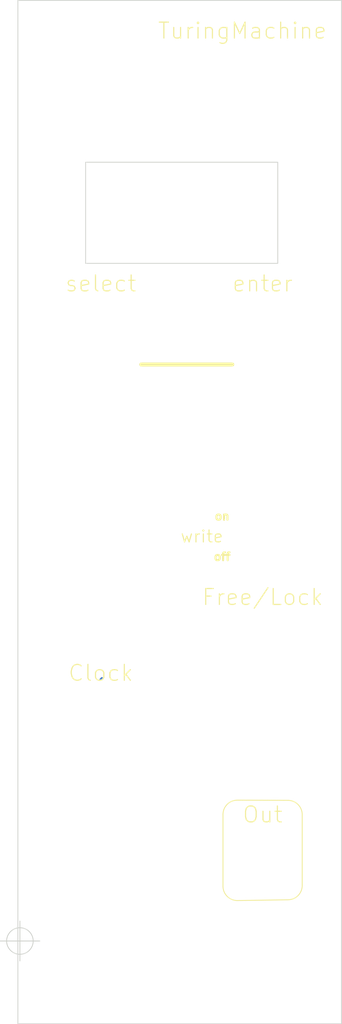
<source format=kicad_pcb>
(kicad_pcb (version 20171130) (host pcbnew "(5.1.8-0-10_14)")

  (general
    (thickness 1.6)
    (drawings 16)
    (tracks 1)
    (zones 0)
    (modules 9)
    (nets 2)
  )

  (page A4)
  (layers
    (0 F.Cu signal)
    (31 B.Cu signal)
    (32 B.Adhes user)
    (33 F.Adhes user)
    (34 B.Paste user)
    (35 F.Paste user)
    (36 B.SilkS user)
    (37 F.SilkS user)
    (38 B.Mask user)
    (39 F.Mask user)
    (40 Dwgs.User user)
    (41 Cmts.User user)
    (42 Eco1.User user)
    (43 Eco2.User user)
    (44 Edge.Cuts user)
    (45 Margin user)
    (46 B.CrtYd user)
    (47 F.CrtYd user)
    (48 B.Fab user)
    (49 F.Fab user)
  )

  (setup
    (last_trace_width 0.25)
    (user_trace_width 0.5)
    (user_trace_width 0.5)
    (user_trace_width 0.5)
    (trace_clearance 0.2)
    (zone_clearance 0.508)
    (zone_45_only no)
    (trace_min 0.2)
    (via_size 0.8)
    (via_drill 0.4)
    (via_min_size 0.4)
    (via_min_drill 0.3)
    (uvia_size 0.3)
    (uvia_drill 0.1)
    (uvias_allowed no)
    (uvia_min_size 0.2)
    (uvia_min_drill 0.1)
    (edge_width 0.1)
    (segment_width 0.2)
    (pcb_text_width 0.3)
    (pcb_text_size 1.5 1.5)
    (mod_edge_width 0.15)
    (mod_text_size 1 1)
    (mod_text_width 0.15)
    (pad_size 1.524 1.524)
    (pad_drill 0.762)
    (pad_to_mask_clearance 0)
    (aux_axis_origin 125.984 149.86)
    (grid_origin 125.984 149.86)
    (visible_elements FFFFFF7F)
    (pcbplotparams
      (layerselection 0x010fc_ffffffff)
      (usegerberextensions false)
      (usegerberattributes true)
      (usegerberadvancedattributes true)
      (creategerberjobfile true)
      (excludeedgelayer true)
      (linewidth 0.100000)
      (plotframeref false)
      (viasonmask false)
      (mode 1)
      (useauxorigin false)
      (hpglpennumber 1)
      (hpglpenspeed 20)
      (hpglpendiameter 15.000000)
      (psnegative false)
      (psa4output false)
      (plotreference true)
      (plotvalue true)
      (plotinvisibletext false)
      (padsonsilk false)
      (subtractmaskfromsilk false)
      (outputformat 1)
      (mirror false)
      (drillshape 1)
      (scaleselection 1)
      (outputdirectory ""))
  )

  (net 0 "")
  (net 1 "Net-(D5-Pad2)")

  (net_class Default "これはデフォルトのネット クラスです。"
    (clearance 0.2)
    (trace_width 0.25)
    (via_dia 0.8)
    (via_drill 0.4)
    (uvia_dia 0.3)
    (uvia_drill 0.1)
    (add_net "Net-(D5-Pad2)")
  )

  (module Attenuverter:annotation_5.9mm_button (layer F.Cu) (tedit 622AA7A9) (tstamp 622AC402)
    (at 156.464 77.47)
    (fp_text reference enter (at 0 -10.16) (layer F.SilkS)
      (effects (font (size 2 2) (thickness 0.15)))
    )
    (fp_text value annotation_5.9mm_button (at 0 6.985) (layer F.Fab) hide
      (effects (font (size 1 1) (thickness 0.15)))
    )
    (fp_circle (center 0 0) (end 5.7 0) (layer Dwgs.User) (width 0.12))
    (pad "" np_thru_hole circle (at 0 0) (size 5.9 5.9) (drill 5.9) (layers *.Cu *.Mask))
  )

  (module MountingHole:MountingHole_4mm (layer F.Cu) (tedit 56D1B4CB) (tstamp 622B22D8)
    (at 136.144 111.76)
    (descr "Mounting Hole 4mm, no annular")
    (tags "mounting hole 4mm no annular")
    (attr virtual)
    (fp_text reference Clock (at 0 -5) (layer F.SilkS) hide
      (effects (font (size 1 1) (thickness 0.15)))
    )
    (fp_text value MountingHole_4mm (at 0 5) (layer F.Fab) hide
      (effects (font (size 1 1) (thickness 0.15)))
    )
    (fp_circle (center 0 0) (end 4.25 0) (layer F.CrtYd) (width 0.05))
    (fp_circle (center 0 0) (end 4 0) (layer Cmts.User) (width 0.15))
    (fp_text user %R (at 0.3 0) (layer F.Fab)
      (effects (font (size 1 1) (thickness 0.15)))
    )
    (pad 1 np_thru_hole circle (at 0 0) (size 4 4) (drill 4) (layers *.Cu *.Mask))
  )

  (module Attenuverter:annotation_5.8mm (layer F.Cu) (tedit 622AA55A) (tstamp 622AB11F)
    (at 156.464 99.06)
    (fp_text reference write (at -7.62 0) (layer F.SilkS)
      (effects (font (size 1.5 1.5) (thickness 0.15)))
    )
    (fp_text value annotation_5.8mm (at 0 3.81) (layer F.Fab) hide
      (effects (font (size 1 1) (thickness 0.15)))
    )
    (pad "" np_thru_hole circle (at 0 0) (size 5.8 5.8) (drill 5.8) (layers *.Cu *.Mask))
  )

  (module Attenuverter:MountingHole_9mm (layer F.Cu) (tedit 6226F300) (tstamp 622AB130)
    (at 156.464 116.84)
    (fp_text reference Free/Lock (at 0 -10.16) (layer F.SilkS)
      (effects (font (size 2 2) (thickness 0.15)))
    )
    (fp_text value MountingHole_9mm (at 0 8.89) (layer F.Fab) hide
      (effects (font (size 1 1) (thickness 0.15)))
    )
    (fp_circle (center 0 0) (end 7.75 0) (layer Dwgs.User) (width 0.12))
    (fp_circle (center 0 0) (end 6.2 0) (layer Dwgs.User) (width 0.12))
    (pad "" np_thru_hole circle (at 0 0) (size 9 9) (drill 9) (layers *.Cu *.Mask))
  )

  (module Attenuverter:annotation_3.5mm_jack_in (layer F.Cu) (tedit 6226F220) (tstamp 622AC48C)
    (at 136.144 121.92)
    (fp_text reference Clock (at 0 -5.715) (layer F.SilkS)
      (effects (font (size 2 2) (thickness 0.15)))
    )
    (fp_text value annotation_3.5mm_jack_in (at 0 6.35) (layer F.Fab) hide
      (effects (font (size 1 1) (thickness 0.15)))
    )
    (fp_circle (center 0 0) (end 4 0) (layer Dwgs.User) (width 0.12))
    (fp_text user %R (at 0.3 0) (layer F.Fab) hide
      (effects (font (size 1 1) (thickness 0.15)))
    )
    (pad 1 np_thru_hole circle (at 0 0) (size 6 6) (drill 6) (layers *.Cu *.Mask))
  )

  (module Attenuverter:annotation_3.5mm_jack_out (layer F.Cu) (tedit 62258355) (tstamp 622AC431)
    (at 156.464 139.7)
    (fp_text reference Out (at 0 -5.715) (layer F.SilkS)
      (effects (font (size 2 2) (thickness 0.15)))
    )
    (fp_text value annotation_3.5mm_jack_out (at 0 6.35) (layer F.Fab) hide
      (effects (font (size 1 1) (thickness 0.15)))
    )
    (fp_line (start -4.975 3.29) (end -4.975 -5.715) (layer F.SilkS) (width 0.12))
    (fp_line (start 3.185 4.985) (end -3.165 5.08) (layer F.SilkS) (width 0.12))
    (fp_line (start 4.975 -5.715) (end 4.975 3.175) (layer F.SilkS) (width 0.12))
    (fp_line (start -3.185 -7.525) (end 3.165 -7.505) (layer F.SilkS) (width 0.12))
    (fp_circle (center 0 0) (end 4 0) (layer Dwgs.User) (width 0.12))
    (fp_text user %R (at 0.3 0) (layer F.Fab) hide
      (effects (font (size 1 1) (thickness 0.15)))
    )
    (fp_arc (start 3.175 3.185) (end 3.185 4.985) (angle -90) (layer F.SilkS) (width 0.12))
    (fp_arc (start 3.175 -5.705) (end 4.975 -5.715) (angle -90) (layer F.SilkS) (width 0.12))
    (fp_arc (start -3.175 -5.725) (end -3.185 -7.525) (angle -90) (layer F.SilkS) (width 0.12))
    (fp_arc (start -3.175 3.28) (end -4.975 3.29) (angle -90) (layer F.SilkS) (width 0.12))
    (pad 1 np_thru_hole circle (at 0 0) (size 6 6) (drill 6) (layers *.Cu *.Mask))
  )

  (module Attenuverter:annotation_6.8mm (layer F.Cu) (tedit 622AA4F6) (tstamp 622AC407)
    (at 136.144 77.47)
    (fp_text reference select (at 0 -10.16) (layer F.SilkS)
      (effects (font (size 2 2) (thickness 0.15)))
    )
    (fp_text value annotation_6.8mm (at 0 8.89) (layer F.Fab) hide
      (effects (font (size 1 1) (thickness 0.15)))
    )
    (fp_circle (center 0 0) (end 7.75 0) (layer Dwgs.User) (width 0.12))
    (pad "" np_thru_hole circle (at 0 0) (size 6.8 6.8) (drill 6.8) (layers *.Cu *.Mask))
  )

  (module MountingHole:MountingHole_3.2mm_M3 (layer F.Cu) (tedit 56D1B4CB) (tstamp 622AC3DD)
    (at 130.81 35.56)
    (descr "Mounting Hole 3.2mm, no annular, M3")
    (tags "mounting hole 3.2mm no annular m3")
    (attr virtual)
    (fp_text reference REF** (at 0 -4.2) (layer F.SilkS) hide
      (effects (font (size 1 1) (thickness 0.15)))
    )
    (fp_text value MountingHole_3.2mm_M3 (at 0 4.2) (layer F.Fab) hide
      (effects (font (size 1 1) (thickness 0.15)))
    )
    (fp_circle (center 0 0) (end 3.45 0) (layer F.CrtYd) (width 0.05))
    (fp_circle (center 0 0) (end 3.2 0) (layer Cmts.User) (width 0.15))
    (fp_text user %R (at 1.27 -0.31) (layer F.Fab) hide
      (effects (font (size 1 1) (thickness 0.15)))
    )
    (pad 1 np_thru_hole circle (at 0 0) (size 3.2 3.2) (drill 3.2) (layers *.Cu *.Mask))
  )

  (module MountingHole:MountingHole_3.2mm_M3 (layer F.Cu) (tedit 56D1B4CB) (tstamp 622AC3D6)
    (at 161.29 156.21)
    (descr "Mounting Hole 3.2mm, no annular, M3")
    (tags "mounting hole 3.2mm no annular m3")
    (attr virtual)
    (fp_text reference REF** (at 0 -4.2) (layer F.SilkS) hide
      (effects (font (size 1 1) (thickness 0.15)))
    )
    (fp_text value MountingHole_3.2mm_M3 (at 0 4.2) (layer F.Fab) hide
      (effects (font (size 1 1) (thickness 0.15)))
    )
    (fp_circle (center 0 0) (end 3.45 0) (layer F.CrtYd) (width 0.05))
    (fp_circle (center 0 0) (end 3.2 0) (layer Cmts.User) (width 0.15))
    (fp_text user %R (at 4.12 0.54) (layer F.Fab) hide
      (effects (font (size 1 1) (thickness 0.15)))
    )
    (pad 1 np_thru_hole circle (at 0 0) (size 3.2 3.2) (drill 3.2) (layers *.Cu *.Mask))
  )

  (gr_line (start 141.224 77.47) (end 152.654 77.47) (layer F.SilkS) (width 0.5))
  (gr_text on (at 151.384 96.52) (layer F.SilkS) (tstamp 622AB16B)
    (effects (font (size 1 1) (thickness 0.25)))
  )
  (gr_text off (at 151.384 101.6) (layer F.SilkS)
    (effects (font (size 1 1) (thickness 0.25)))
  )
  (gr_text TuringMachine (at 153.924 35.56) (layer F.SilkS)
    (effects (font (size 2 2) (thickness 0.15)))
  )
  (gr_line (start 134.239 52.07) (end 134.239 64.77) (layer Edge.Cuts) (width 0.1) (tstamp 622AC40F))
  (gr_line (start 134.239 64.77) (end 158.369 64.77) (layer Edge.Cuts) (width 0.1) (tstamp 622AC40E))
  (gr_line (start 158.369 64.77) (end 158.369 52.07) (layer Edge.Cuts) (width 0.1) (tstamp 622AC40D))
  (gr_line (start 158.369 52.07) (end 134.239 52.07) (layer Edge.Cuts) (width 0.1) (tstamp 622AC40C))
  (gr_line (start 125.73 31.75) (end 125.73 160.25) (layer Edge.Cuts) (width 0.1) (tstamp 622AC3E9))
  (gr_line (start 125.73 31.75) (end 166.37 31.75) (layer Edge.Cuts) (width 0.1) (tstamp 622AC3E8))
  (gr_line (start 166.37 31.75) (end 166.37 160.25) (layer Edge.Cuts) (width 0.1) (tstamp 622AC3E7))
  (gr_line (start 125.73 160.25) (end 166.37 160.25) (layer Edge.Cuts) (width 0.1) (tstamp 622AC3E6))
  (gr_line (start 125.73 41) (end 166.37 41) (layer Dwgs.User) (width 0.15) (tstamp 622AC3E5))
  (gr_line (start 125.73 151) (end 166.37 151) (layer Dwgs.User) (width 0.15) (tstamp 622AC3E4))
  (target plus (at 125.984 149.86) (size 5) (width 0.1) (layer Edge.Cuts))
  (target plus (at 125.984 149.86) (size 5) (width 0.1) (layer Edge.Cuts) (tstamp 622AC162))

  (segment (start 136.274 116.84) (end 136.114 117) (width 0.25) (layer B.Cu) (net 1) (tstamp 622ABB0B))

)

</source>
